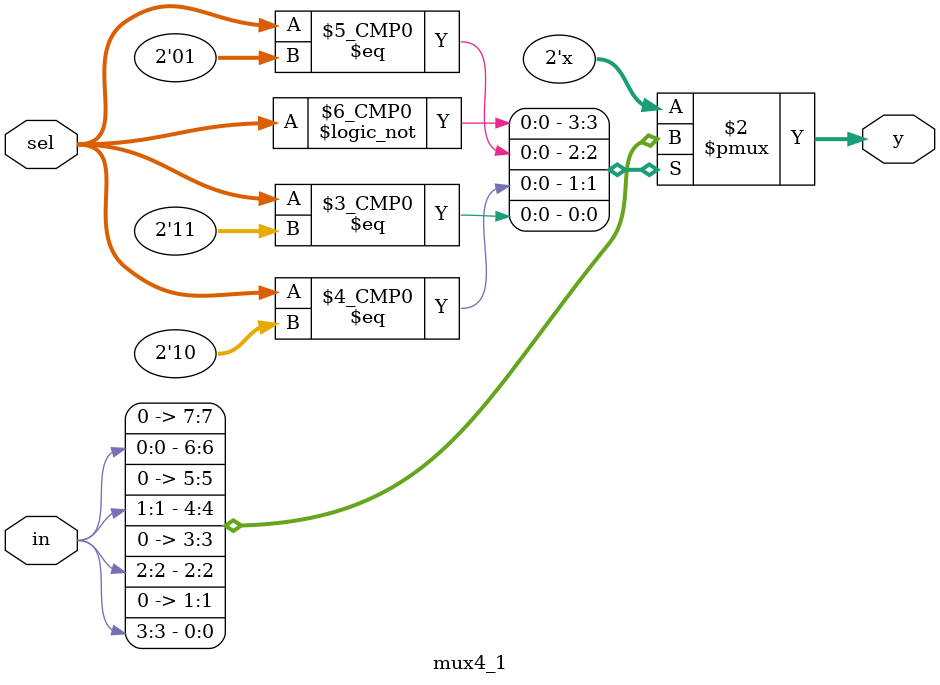
<source format=v>
module mux4_1(
    input [3:0] in,
    input [1:0] sel,
    output reg[1:0] y
);
always @(*) begin
    case(sel)
    2'b00: y= in[0];
    2'b01: y= in[1];
    2'b10: y= in[2];
    2'b11: y= in[3];
    default: y= 1'b0;
    endcase
end
endmodule

</source>
